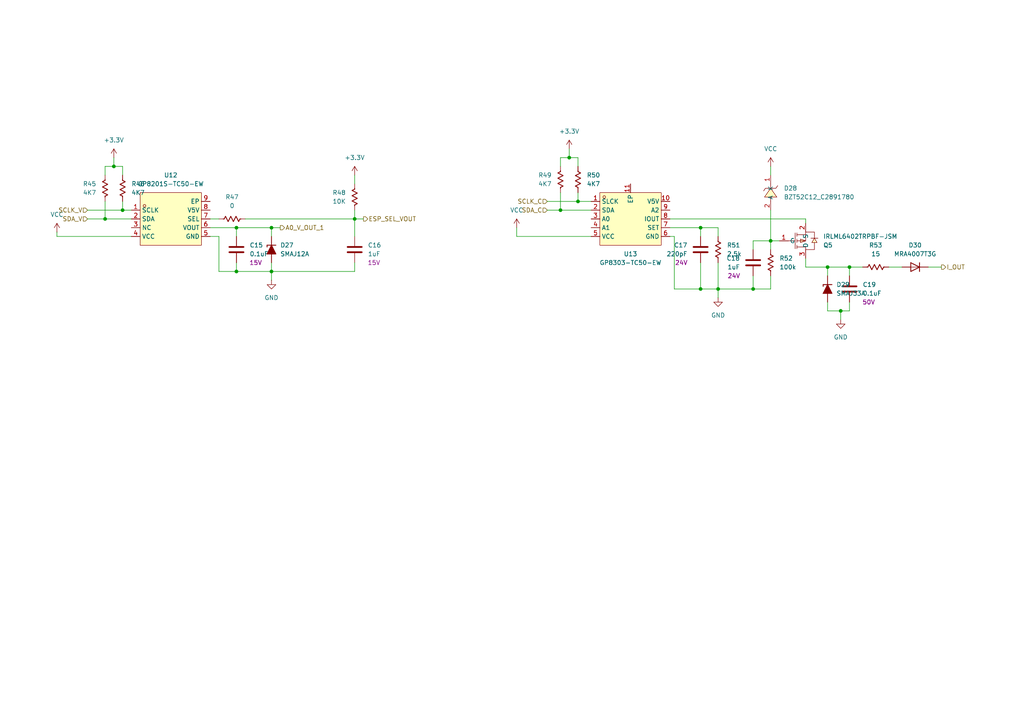
<source format=kicad_sch>
(kicad_sch (version 20250114) (generator "eeschema") (generator_version "9.0")
  (paper "A4")
  (lib_symbols
    (symbol "Diode:MRA4007T3G" (pin_numbers (hide yes)) (pin_names (hide yes))
      (property "Reference" "D" (at 0 2.54 0))
      (property "Value" "MRA4007T3G" (at 0 -2.54 0))
      (symbol "MRA4007T3G_0_1"
        (polyline (pts (xy -1.27 1.27) (xy -1.27 -1.27)) (stroke (width 0.254)))
        (polyline (pts (xy 1.27 1.27) (xy 1.27 -1.27) (xy -1.27 0) (xy 1.27 1.27)) (stroke (width 0.254)))
        (polyline (pts (xy 1.27 0) (xy -1.27 0)))
      )
      (symbol "MRA4007T3G_1_1"
        (pin passive line (at -3.81 0 0) (length 2.54) (name "K") (number "1"))
        (pin passive line (at 3.81 0 180) (length 2.54) (name "A") (number "2"))
      )
    )
    (symbol "EasyEDA:BZT52C12_C2891780"
      (property "Reference" "D" (at 0 5.08 0))
      (property "Value" "BZT52C12_C2891780" (at 0 -5.08 0))
      (symbol "BZT52C12_C2891780_0_1"
        (polyline (pts (xy -2.03 2.03) (xy -1.27 1.52) (xy -1.27 -1.52) (xy -0.51 -2.03)))
        (polyline (pts (xy -1.27 0) (xy -2.54 0)))
        (polyline (pts (xy 1.27 1.78) (xy -1.27 0) (xy 1.27 -1.78) (xy 1.27 1.78)) (fill (type background)))
        (polyline (pts (xy 2.54 0) (xy 1.27 0)))
        (pin unspecified line (at -5.08 0 0) (length 2.54) (name "K") (number "1"))
        (pin unspecified line (at 5.08 0 180) (length 2.54) (name "A") (number "2"))
      )
    )
    (symbol "EasyEDA:GP8201S-TC50-EW"
      (property "Reference" "U" (at 0 10.16 0))
      (property "Value" "GP8201S-TC50-EW" (at 0 -10.16 0))
      (symbol "GP8201S-TC50-EW_0_1"
        (rectangle (start -8.89 7.62) (end 8.89 -7.62) (fill (type background)))
        (circle (center -7.62 3.81) (radius 0.38))
        (pin unspecified line (at -11.43 2.54 0) (length 2.54) (name "SCLK") (number "1"))
        (pin unspecified line (at -11.43 0 0) (length 2.54) (name "SDA") (number "2"))
        (pin unspecified line (at -11.43 -2.54 0) (length 2.54) (name "NC") (number "3"))
        (pin unspecified line (at -11.43 -5.08 0) (length 2.54) (name "VCC") (number "4"))
        (pin unspecified line (at 11.43 5.08 180) (length 2.54) (name "EP") (number "9"))
        (pin unspecified line (at 11.43 2.54 180) (length 2.54) (name "V5V") (number "8"))
        (pin unspecified line (at 11.43 0 180) (length 2.54) (name "SEL") (number "7"))
        (pin unspecified line (at 11.43 -2.54 180) (length 2.54) (name "VOUT") (number "6"))
        (pin unspecified line (at 11.43 -5.08 180) (length 2.54) (name "GND") (number "5"))
      )
    )
    (symbol "EasyEDA:GP8303-TC50-EW"
      (property "Reference" "U" (at 0 15.24 0))
      (property "Value" "GP8303-TC50-EW" (at 0 -10.16 0))
      (symbol "GP8303-TC50-EW_0_1"
        (rectangle (start -8.89 7.62) (end 8.89 -7.62) (fill (type background)))
        (circle (center -7.62 6.35) (radius 0.38))
        (pin unspecified line (at -11.43 5.08 0) (length 2.54) (name "SLCK") (number "1"))
        (pin unspecified line (at -11.43 2.54 0) (length 2.54) (name "SDA") (number "2"))
        (pin unspecified line (at -11.43 0 0) (length 2.54) (name "A0") (number "3"))
        (pin unspecified line (at -11.43 -2.54 0) (length 2.54) (name "A1") (number "4"))
        (pin unspecified line (at -11.43 -5.08 0) (length 2.54) (name "VCC") (number "5"))
        (pin unspecified line (at 0 10.16 270) (length 2.54) (name "EP") (number "11"))
        (pin unspecified line (at 11.43 5.08 180) (length 2.54) (name "V5V") (number "10"))
        (pin unspecified line (at 11.43 2.54 180) (length 2.54) (name "A2") (number "9"))
        (pin unspecified line (at 11.43 0 180) (length 2.54) (name "IOUT") (number "8"))
        (pin unspecified line (at 11.43 -2.54 180) (length 2.54) (name "SET") (number "7"))
        (pin unspecified line (at 11.43 -5.08 180) (length 2.54) (name "GND") (number "6"))
      )
    )
    (symbol "EasyEDA:IRLML6402TRPBF-JSM"
      (property "Reference" "Q" (at 0 10.16 0))
      (property "Value" "IRLML6402TRPBF-JSM" (at 0 -10.16 0))
      (symbol "IRLML6402TRPBF-JSM_0_1"
        (polyline (pts (xy -2.54 0) (xy -0.51 0)))
        (polyline (pts (xy -0.51 2.29) (xy -0.51 -2.29)))
        (polyline (pts (xy 0 2.29) (xy 0 1.27)))
        (polyline (pts (xy 0 1.78) (xy 2.54 1.78) (xy 2.54 2.54) (xy 5.08 2.54) (xy 5.08 0.51)))
        (polyline (pts (xy 0 0) (xy 2.54 0) (xy 2.54 -2.54) (xy 5.08 -2.54) (xy 5.08 -0.76)))
        (polyline (pts (xy 0 -0.51) (xy 0 0.51)))
        (polyline (pts (xy 0 -2.29) (xy 0 -1.27)))
        (polyline (pts (xy 2.54 0) (xy 1.02 -0.51) (xy 1.02 0.51) (xy 2.54 0)) (fill (type background)))
        (polyline (pts (xy 2.54 -1.78) (xy 0 -1.78)))
        (polyline (pts (xy 5.08 -0.76) (xy 4.32 0.51) (xy 5.84 0.51) (xy 5.08 -0.76)) (fill (type background)))
        (polyline (pts (xy 6.1 -0.76) (xy 5.59 -0.76) (xy 4.57 -0.76) (xy 4.06 -0.76)))
        (pin unspecified line (at -5.08 0 0) (length 2.54) (name "G") (number "1"))
        (pin unspecified line (at 2.54 5.08 270) (length 2.54) (name "D") (number "3"))
        (pin unspecified line (at 2.54 -5.08 90) (length 2.54) (name "S") (number "2"))
      )
    )
    (symbol "PCM_Capacitor_US_AKL:C_0603" (pin_numbers (hide yes)) (pin_names (offset 0.254))
      (property "Reference" "C" (at 0.635 2.54 0))
      (property "Value" "C_0603" (at 0.635 -2.54 0))
      (symbol "C_0603_0_1"
        (polyline (pts (xy -2.032 0.762) (xy 2.032 0.762)) (stroke (width 0.508)))
        (polyline (pts (xy -2.032 -0.762) (xy 2.032 -0.762)) (stroke (width 0.508)))
      )
      (symbol "C_0603_0_2"
        (polyline (pts (xy -2.54 -2.54) (xy -0.381 -0.381)))
        (polyline (pts (xy -0.508 -0.508) (xy -1.651 0.635)) (stroke (width 0.508)))
        (polyline (pts (xy -0.508 -0.508) (xy 0.635 -1.651)) (stroke (width 0.508)))
        (polyline (pts (xy 0.381 0.381) (xy 2.54 2.54)))
        (polyline (pts (xy 0.508 0.508) (xy -0.635 1.651)) (stroke (width 0.508)))
        (polyline (pts (xy 0.508 0.508) (xy 1.651 -0.635)) (stroke (width 0.508)))
      )
      (symbol "C_0603_1_1"
        (pin passive line (at 0 3.81 270) (length 2.794) (name "~") (number "1"))
        (pin passive line (at 0 -3.81 90) (length 2.794) (name "~") (number "2"))
      )
      (symbol "C_0603_1_2"
        (pin passive line (at -2.54 -2.54 90) (length 0) (name "~") (number "2"))
        (pin passive line (at 2.54 2.54 270) (length 0) (name "~") (number "1"))
      )
    )
    (symbol "PCM_Diode_TVS_AKL:SMAJ12A" (pin_numbers (hide yes)) (pin_names (offset 1.016) (hide yes))
      (property "Reference" "D" (at 0 5.08 0))
      (property "Value" "SMAJ12A" (at 0 2.54 0))
      (symbol "SMAJ12A_0_1"
        (polyline (pts (xy -1.27 1.27) (xy -1.27 -1.27) (xy 1.27 0) (xy -1.27 1.27)) (stroke (width 0.254)) (fill (type outline)))
        (polyline (pts (xy -1.27 0) (xy 1.27 0)))
        (polyline (pts (xy 1.27 1.27) (xy 0.762 1.27)) (stroke (width 0.254)))
        (polyline (pts (xy 1.27 -1.27) (xy 1.27 1.27)) (stroke (width 0.254)))
      )
      (symbol "SMAJ12A_0_2"
        (polyline (pts (xy -2.54 -2.54) (xy 2.54 2.54)))
        (polyline (pts (xy -0.889 -0.889) (xy -1.778 0) (xy 0.889 0.889) (xy 0 -1.778) (xy -0.889 -0.889)) (stroke (width 0.254)) (fill (type outline)))
        (polyline (pts (xy 0 1.778) (xy -0.381 1.397)) (stroke (width 0.254)))
        (polyline (pts (xy 0 1.778) (xy 1.778 0)) (stroke (width 0.254)))
      )
      (symbol "SMAJ12A_1_1"
        (pin passive line (at -3.81 0 0) (length 2.54) (name "A") (number "2"))
        (pin passive line (at 3.81 0 180) (length 2.54) (name "K") (number "1"))
      )
      (symbol "SMAJ12A_1_2"
        (pin passive line (at -2.54 -2.54 0) (length 0) (name "A") (number "2"))
        (pin passive line (at 2.54 2.54 180) (length 0) (name "K") (number "1"))
      )
    )
    (symbol "PCM_Diode_TVS_AKL:SMAJ33A" (pin_numbers (hide yes)) (pin_names (offset 1.016) (hide yes))
      (property "Reference" "D" (at 0 5.08 0))
      (property "Value" "SMAJ33A" (at 0 2.54 0))
      (symbol "SMAJ33A_0_1"
        (polyline (pts (xy -1.27 1.27) (xy -1.27 -1.27) (xy 1.27 0) (xy -1.27 1.27)) (stroke (width 0.254)) (fill (type outline)))
        (polyline (pts (xy -1.27 0) (xy 1.27 0)))
        (polyline (pts (xy 1.27 1.27) (xy 0.762 1.27)) (stroke (width 0.254)))
        (polyline (pts (xy 1.27 -1.27) (xy 1.27 1.27)) (stroke (width 0.254)))
      )
      (symbol "SMAJ33A_0_2"
        (polyline (pts (xy -2.54 -2.54) (xy 2.54 2.54)))
        (polyline (pts (xy -0.889 -0.889) (xy -1.778 0) (xy 0.889 0.889) (xy 0 -1.778) (xy -0.889 -0.889)) (stroke (width 0.254)) (fill (type outline)))
        (polyline (pts (xy 0 1.778) (xy -0.381 1.397)) (stroke (width 0.254)))
        (polyline (pts (xy 0 1.778) (xy 1.778 0)) (stroke (width 0.254)))
      )
      (symbol "SMAJ33A_1_1"
        (pin passive line (at -3.81 0 0) (length 2.54) (name "A") (number "2"))
        (pin passive line (at 3.81 0 180) (length 2.54) (name "K") (number "1"))
      )
      (symbol "SMAJ33A_1_2"
        (pin passive line (at -2.54 -2.54 0) (length 0) (name "A") (number "2"))
        (pin passive line (at 2.54 2.54 180) (length 0) (name "K") (number "1"))
      )
    )
    (symbol "PCM_Resistor_US_AKL:R_0603" (pin_numbers (hide yes)) (pin_names (offset 0))
      (property "Reference" "R" (at 2.54 1.27 0))
      (property "Value" "R_0603" (at 2.54 -1.27 0))
      (symbol "R_0603_0_1"
        (polyline (pts (xy 0 2.286) (xy 0 2.54)) (stroke (width 0.254)))
        (polyline (pts (xy 0 2.286) (xy 0.762 1.905) (xy -0.762 1.143) (xy 0 0.762) (xy 0.762 0.381) (xy 0 0) (xy -0.762 -0.381) (xy 0 -0.762) (xy 0.762 -1.143) (xy 0 -1.524) (xy -0.762 -1.905) (xy 0 -2.286)) (stroke (width 0.254)))
        (polyline (pts (xy 0 -2.286) (xy 0 -2.54)) (stroke (width 0.254)))
      )
      (symbol "R_0603_0_2"
        (polyline (pts (xy -2.54 -2.54) (xy -1.778 -1.778)))
        (polyline (pts (xy -1.778 -1.778) (xy -1.524 -1.524)) (stroke (width 0.254)))
        (polyline (pts (xy -1.524 -1.524) (xy -1.778 -0.762) (xy -1.016 -1.016)) (stroke (width 0.254)))
        (polyline (pts (xy -0.508 -0.508) (xy -0.762 0.254) (xy 0 0)) (stroke (width 0.254)))
        (polyline (pts (xy -0.508 -0.508) (xy -0.254 -1.27) (xy -1.016 -1.016)) (stroke (width 0.254)))
        (polyline (pts (xy 0.508 0.508) (xy 0.254 1.27) (xy 1.016 1.016)) (stroke (width 0.254)))
        (polyline (pts (xy 0.508 0.508) (xy 0.762 -0.254) (xy 0 0)) (stroke (width 0.254)))
        (polyline (pts (xy 1.524 1.524) (xy 1.778 0.762) (xy 1.016 1.016)) (stroke (width 0.254)))
        (polyline (pts (xy 1.778 1.778) (xy 1.524 1.524)) (stroke (width 0.254)))
        (polyline (pts (xy 1.778 1.778) (xy 2.54 2.54)))
      )
      (symbol "R_0603_1_1"
        (pin passive line (at 0 3.81 270) (length 1.27) (name "~") (number "1"))
        (pin passive line (at 0 -3.81 90) (length 1.27) (name "~") (number "2"))
      )
      (symbol "R_0603_1_2"
        (pin passive line (at -2.54 -2.54 0) (length 0) (name "") (number "2"))
        (pin passive line (at 2.54 2.54 180) (length 0) (name "") (number "1"))
      )
    )
    (symbol "PCM_Resistor_US_AKL:R_0805" (pin_numbers (hide yes)) (pin_names (offset 0))
      (property "Reference" "R" (at 2.54 1.27 0))
      (property "Value" "R_0805" (at 2.54 -1.27 0))
      (symbol "R_0805_0_1"
        (polyline (pts (xy 0 2.286) (xy 0 2.54)) (stroke (width 0.254)))
        (polyline (pts (xy 0 2.286) (xy 0.762 1.905) (xy -0.762 1.143) (xy 0 0.762) (xy 0.762 0.381) (xy 0 0) (xy -0.762 -0.381) (xy 0 -0.762) (xy 0.762 -1.143) (xy 0 -1.524) (xy -0.762 -1.905) (xy 0 -2.286)) (stroke (width 0.254)))
        (polyline (pts (xy 0 -2.286) (xy 0 -2.54)) (stroke (width 0.254)))
      )
      (symbol "R_0805_0_2"
        (polyline (pts (xy -2.54 -2.54) (xy -1.778 -1.778)))
        (polyline (pts (xy -1.778 -1.778) (xy -1.524 -1.524)) (stroke (width 0.254)))
        (polyline (pts (xy -1.524 -1.524) (xy -1.778 -0.762) (xy -1.016 -1.016)) (stroke (width 0.254)))
        (polyline (pts (xy -0.508 -0.508) (xy -0.762 0.254) (xy 0 0)) (stroke (width 0.254)))
        (polyline (pts (xy -0.508 -0.508) (xy -0.254 -1.27) (xy -1.016 -1.016)) (stroke (width 0.254)))
        (polyline (pts (xy 0.508 0.508) (xy 0.254 1.27) (xy 1.016 1.016)) (stroke (width 0.254)))
        (polyline (pts (xy 0.508 0.508) (xy 0.762 -0.254) (xy 0 0)) (stroke (width 0.254)))
        (polyline (pts (xy 1.524 1.524) (xy 1.778 0.762) (xy 1.016 1.016)) (stroke (width 0.254)))
        (polyline (pts (xy 1.778 1.778) (xy 1.524 1.524)) (stroke (width 0.254)))
        (polyline (pts (xy 1.778 1.778) (xy 2.54 2.54)))
      )
      (symbol "R_0805_1_1"
        (pin passive line (at 0 3.81 270) (length 1.27) (name "~") (number "1"))
        (pin passive line (at 0 -3.81 90) (length 1.27) (name "~") (number "2"))
      )
      (symbol "R_0805_1_2"
        (pin passive line (at -2.54 -2.54 0) (length 0) (name "") (number "2"))
        (pin passive line (at 2.54 2.54 180) (length 0) (name "") (number "1"))
      )
    )
    (symbol "power:+3.3V" (power) (pin_numbers (hide yes)) (pin_names (offset 0) (hide yes))
      (property "Value" "+3.3V" (at 0 3.556 0))
      (symbol "+3.3V_0_1"
        (polyline (pts (xy -0.762 1.27) (xy 0 2.54)))
        (polyline (pts (xy 0 2.54) (xy 0.762 1.27)))
        (polyline (pts (xy 0 0) (xy 0 2.54)))
      )
      (symbol "+3.3V_1_1"
        (pin power_in line (at 0 0 90) (length 0) (name "~") (number "1"))
      )
    )
    (symbol "power:GND" (power) (pin_numbers (hide yes)) (pin_names (offset 0) (hide yes))
      (property "Value" "GND" (at 0 -3.81 0))
      (symbol "GND_0_1"
        (polyline (pts (xy 0 0) (xy 0 -1.27) (xy 1.27 -1.27) (xy 0 -2.54) (xy -1.27 -1.27) (xy 0 -1.27)))
      )
      (symbol "GND_1_1"
        (pin power_in line (at 0 0 270) (length 0) (name "~") (number "1"))
      )
    )
    (symbol "power:VCC" (power) (pin_numbers (hide yes)) (pin_names (offset 0) (hide yes))
      (property "Value" "VCC" (at 0 3.556 0))
      (symbol "VCC_0_1"
        (polyline (pts (xy -0.762 1.27) (xy 0 2.54)))
        (polyline (pts (xy 0 2.54) (xy 0.762 1.27)))
        (polyline (pts (xy 0 0) (xy 0 2.54)))
      )
      (symbol "VCC_1_1"
        (pin power_in line (at 0 0 90) (length 0) (name "~") (number "1"))
      )
    )
  )
  (junction (at 208.28 83.82))
  (junction (at 203.2 66.04))
  (junction (at 78.74 78.74))
  (junction (at 162.56 60.96))
  (junction (at 33.02 48.26))
  (junction (at 203.2 83.82))
  (junction (at 68.58 66.04))
  (junction (at 30.48 63.5))
  (junction (at 246.38 77.47))
  (junction (at 165.1 45.72))
  (junction (at 240.03 77.47))
  (junction (at 102.87 63.5))
  (junction (at 243.84 90.17))
  (junction (at 223.52 69.85))
  (junction (at 68.58 78.74))
  (junction (at 218.44 83.82))
  (junction (at 35.56 60.96))
  (junction (at 78.74 66.04))
  (junction (at 167.64 58.42))
  (wire (pts (xy 158.75 58.42) (xy 167.64 58.42)))
  (wire (pts (xy 195.58 83.82) (xy 203.2 83.82)))
  (wire (pts (xy 30.48 58.42) (xy 30.48 63.5)))
  (wire (pts (xy 149.86 66.04) (xy 149.86 68.58)))
  (wire (pts (xy 218.44 72.39) (xy 218.44 69.85)))
  (wire (pts (xy 68.58 66.04) (xy 68.58 68.58)))
  (wire (pts (xy 78.74 66.04) (xy 81.28 66.04)))
  (wire (pts (xy 233.68 74.93) (xy 233.68 77.47)))
  (wire (pts (xy 78.74 76.2) (xy 78.74 78.74)))
  (wire (pts (xy 218.44 80.01) (xy 218.44 83.82)))
  (wire (pts (xy 35.56 60.96) (xy 38.1 60.96)))
  (wire (pts (xy 78.74 78.74) (xy 102.87 78.74)))
  (wire (pts (xy 63.5 68.58) (xy 60.96 68.58)))
  (wire (pts (xy 218.44 83.82) (xy 223.52 83.82)))
  (wire (pts (xy 102.87 63.5) (xy 102.87 68.58)))
  (wire (pts (xy 30.48 48.26) (xy 30.48 50.8)))
  (wire (pts (xy 167.64 45.72) (xy 167.64 48.26)))
  (wire (pts (xy 203.2 68.58) (xy 203.2 66.04)))
  (wire (pts (xy 33.02 45.72) (xy 33.02 48.26)))
  (wire (pts (xy 240.03 87.63) (xy 240.03 90.17)))
  (wire (pts (xy 223.52 83.82) (xy 223.52 80.01)))
  (wire (pts (xy 226.06 69.85) (xy 223.52 69.85)))
  (wire (pts (xy 195.58 68.58) (xy 194.31 68.58)))
  (wire (pts (xy 60.96 66.04) (xy 68.58 66.04)))
  (wire (pts (xy 203.2 83.82) (xy 208.28 83.82)))
  (wire (pts (xy 218.44 69.85) (xy 223.52 69.85)))
  (wire (pts (xy 208.28 68.58) (xy 208.28 66.04)))
  (wire (pts (xy 68.58 76.2) (xy 68.58 78.74)))
  (wire (pts (xy 35.56 58.42) (xy 35.56 60.96)))
  (wire (pts (xy 165.1 43.18) (xy 165.1 45.72)))
  (wire (pts (xy 78.74 68.58) (xy 78.74 66.04)))
  (wire (pts (xy 71.12 63.5) (xy 102.87 63.5)))
  (wire (pts (xy 194.31 63.5) (xy 233.68 63.5)))
  (wire (pts (xy 102.87 76.2) (xy 102.87 78.74)))
  (wire (pts (xy 246.38 77.47) (xy 250.19 77.47)))
  (wire (pts (xy 243.84 90.17) (xy 246.38 90.17)))
  (wire (pts (xy 162.56 55.88) (xy 162.56 60.96)))
  (wire (pts (xy 63.5 68.58) (xy 63.5 78.74)))
  (wire (pts (xy 167.64 58.42) (xy 171.45 58.42)))
  (wire (pts (xy 269.24 77.47) (xy 273.05 77.47)))
  (wire (pts (xy 257.81 77.47) (xy 261.62 77.47)))
  (wire (pts (xy 35.56 48.26) (xy 35.56 50.8)))
  (wire (pts (xy 203.2 76.2) (xy 203.2 83.82)))
  (wire (pts (xy 208.28 83.82) (xy 218.44 83.82)))
  (wire (pts (xy 162.56 45.72) (xy 165.1 45.72)))
  (wire (pts (xy 149.86 68.58) (xy 171.45 68.58)))
  (wire (pts (xy 162.56 60.96) (xy 171.45 60.96)))
  (wire (pts (xy 167.64 55.88) (xy 167.64 58.42)))
  (wire (pts (xy 60.96 63.5) (xy 63.5 63.5)))
  (wire (pts (xy 78.74 78.74) (xy 68.58 78.74)))
  (wire (pts (xy 243.84 92.71) (xy 243.84 90.17)))
  (wire (pts (xy 78.74 78.74) (xy 78.74 81.28)))
  (wire (pts (xy 203.2 66.04) (xy 194.31 66.04)))
  (wire (pts (xy 158.75 60.96) (xy 162.56 60.96)))
  (wire (pts (xy 223.52 69.85) (xy 223.52 60.96)))
  (wire (pts (xy 78.74 66.04) (xy 68.58 66.04)))
  (wire (pts (xy 102.87 60.96) (xy 102.87 63.5)))
  (wire (pts (xy 240.03 77.47) (xy 240.03 80.01)))
  (wire (pts (xy 162.56 45.72) (xy 162.56 48.26)))
  (wire (pts (xy 246.38 80.01) (xy 246.38 77.47)))
  (wire (pts (xy 233.68 77.47) (xy 240.03 77.47)))
  (wire (pts (xy 16.51 68.58) (xy 38.1 68.58)))
  (wire (pts (xy 195.58 68.58) (xy 195.58 83.82)))
  (wire (pts (xy 240.03 90.17) (xy 243.84 90.17)))
  (wire (pts (xy 30.48 63.5) (xy 38.1 63.5)))
  (wire (pts (xy 223.52 69.85) (xy 223.52 72.39)))
  (wire (pts (xy 68.58 78.74) (xy 63.5 78.74)))
  (wire (pts (xy 33.02 48.26) (xy 35.56 48.26)))
  (wire (pts (xy 165.1 45.72) (xy 167.64 45.72)))
  (wire (pts (xy 25.4 63.5) (xy 30.48 63.5)))
  (wire (pts (xy 208.28 86.36) (xy 208.28 83.82)))
  (wire (pts (xy 102.87 63.5) (xy 105.41 63.5)))
  (wire (pts (xy 16.51 67.31) (xy 16.51 68.58)))
  (wire (pts (xy 240.03 77.47) (xy 246.38 77.47)))
  (wire (pts (xy 30.48 48.26) (xy 33.02 48.26)))
  (wire (pts (xy 25.4 60.96) (xy 35.56 60.96)))
  (wire (pts (xy 208.28 76.2) (xy 208.28 83.82)))
  (wire (pts (xy 223.52 48.26) (xy 223.52 50.8)))
  (wire (pts (xy 102.87 50.8) (xy 102.87 53.34)))
  (wire (pts (xy 246.38 90.17) (xy 246.38 87.63)))
  (wire (pts (xy 208.28 66.04) (xy 203.2 66.04)))
  (wire (pts (xy 233.68 64.77) (xy 233.68 63.5)))
  (hierarchical_label "I_OUT" (shape output) (at 273.05 77.47 0))
  (hierarchical_label "A0_V_OUT_1" (shape output) (at 81.28 66.04 0))
  (hierarchical_label "ESP_SEL_VOUT" (shape output) (at 105.41 63.5 0))
  (hierarchical_label "SCLK_V" (shape input) (at 25.4 60.96 180))
  (hierarchical_label "SDA_V" (shape input) (at 25.4 63.5 180))
  (hierarchical_label "SDA_C" (shape input) (at 158.75 60.96 180))
  (hierarchical_label "SCLK_C" (shape input) (at 158.75 58.42 180))
  (symbol (lib_id "PCM_Capacitor_US_AKL:C_0603") (at 203.2 72.39 0) (mirror y) (unit 1)
    (property "Reference" "C17" (at 199.39 71.1199 0) (effects (justify left)))
    (property "Value" "220pF" (at 199.39 73.6599 0) (effects (justify left)))
    (property "Footprint" "PCM_Capacitor_SMD_AKL:C_0603_1608Metric" (effects (hide yes)))
    (property "Description" "SMD 0603 MLCC capacitor, Alternate KiCad Library" (effects (hide yes)))
    (property "Vol" "24V" (at 197.612 76.2 0))
  )
  (symbol (lib_id "EasyEDA:GP8201S-TC50-EW") (at 49.53 63.5 0) (unit 1)
    (property "Reference" "U12" (at 49.53 50.8 0))
    (property "Value" "GP8201S-TC50-EW" (at 49.53 53.34 0))
    (property "Footprint" "EasyEDA:ESOP-8_L4.9-W3.9-P1.27-LS6.0-BL-EP" (effects (hide yes)))
    (property "LCSC Part" "C5240058" (effects (hide yes)))
  )
  (symbol (lib_id "power:VCC") (at 223.52 48.26 0) (unit 1)
    (property "Reference" "#PWR037" (effects (hide yes)))
    (property "Value" "VCC" (at 223.52 43.18 0))
    (property "Description" "Power symbol creates a global label with name \"VCC\"" (effects (hide yes)))
  )
  (symbol (lib_id "PCM_Resistor_US_AKL:R_0603") (at 30.48 54.61 0) (mirror y) (unit 1)
    (property "Reference" "R45" (at 27.94 53.3399 0) (effects (justify left)))
    (property "Value" "4K7" (at 27.94 55.8799 0) (effects (justify left)))
    (property "Footprint" "PCM_Resistor_SMD_AKL:R_0603_1608Metric" (effects (hide yes)))
    (property "Description" "SMD 0603 Chip Resistor, US Symbol, Alternate KiCad Library" (effects (hide yes)))
  )
  (symbol (lib_id "PCM_Capacitor_US_AKL:C_0603") (at 218.44 76.2 0) (mirror y) (unit 1)
    (property "Reference" "C18" (at 214.63 74.9299 0) (effects (justify left)))
    (property "Value" "1uF" (at 214.63 77.4699 0) (effects (justify left)))
    (property "Footprint" "PCM_Capacitor_SMD_AKL:C_0603_1608Metric" (effects (hide yes)))
    (property "Description" "SMD 0603 MLCC capacitor, Alternate KiCad Library" (effects (hide yes)))
    (property "Vol" "24V" (at 212.852 80.01 0))
  )
  (symbol (lib_id "power:GND") (at 78.74 81.28 0) (unit 1)
    (property "Reference" "#PWR064" (effects (hide yes)))
    (property "Value" "GND" (at 78.74 86.36 0))
    (property "Description" "Power symbol creates a global label with name \"GND\" , ground" (effects (hide yes)))
  )
  (symbol (lib_id "power:+3.3V") (at 165.1 43.18 0) (unit 1)
    (property "Reference" "#PWR084" (effects (hide yes)))
    (property "Value" "+3.3V" (at 165.1 38.1 0))
    (property "Description" "Power symbol creates a global label with name \"+3.3V\"" (effects (hide yes)))
  )
  (symbol (lib_id "power:+3.3V") (at 33.02 45.72 0) (unit 1)
    (property "Reference" "#PWR083" (effects (hide yes)))
    (property "Value" "+3.3V" (at 33.02 40.64 0))
    (property "Description" "Power symbol creates a global label with name \"+3.3V\"" (effects (hide yes)))
  )
  (symbol (lib_id "PCM_Diode_TVS_AKL:SMAJ33A") (at 240.03 83.82 90) (unit 1)
    (property "Reference" "D29" (at 242.57 82.5499 90) (effects (justify right)))
    (property "Value" "SMAJ33A" (at 242.57 85.0899 90) (effects (justify right)))
    (property "Footprint" "PCM_Diode_SMD_AKL:D_SMA" (effects (hide yes)))
    (property "Datasheet" "https://www.tme.eu/Document/dbc72d81c249fe51b6ab42300e8e06d0/SMAJ_ser.pdf" (effects (hide yes)))
    (property "Description" "SMA Unidirectional TVS diode, 33V, 400W, Alternate KiCAD Library" (effects (hide yes)))
  )
  (symbol (lib_id "EasyEDA:IRLML6402TRPBF-JSM") (at 231.14 69.85 0) (mirror x) (unit 1)
    (property "Reference" "Q5" (at 238.76 71.1201 0) (effects (justify left)))
    (property "Value" "IRLML6402TRPBF-JSM" (at 238.76 68.5801 0) (effects (justify left)))
    (property "Footprint" "EasyEDA:SOT-23-3_L2.9-W1.3-P1.90-LS2.4-BR" (effects (hide yes)))
    (property "LCSC Part" "C18190991" (effects (hide yes)))
  )
  (symbol (lib_id "power:GND") (at 208.28 86.36 0) (unit 1)
    (property "Reference" "#PWR065" (effects (hide yes)))
    (property "Value" "GND" (at 208.28 91.44 0))
    (property "Description" "Power symbol creates a global label with name \"GND\" , ground" (effects (hide yes)))
  )
  (symbol (lib_id "power:VCC") (at 16.51 67.31 0) (unit 1)
    (property "Reference" "#PWR014" (effects (hide yes)))
    (property "Value" "VCC" (at 16.51 62.23 0))
    (property "Description" "Power symbol creates a global label with name \"VCC\"" (effects (hide yes)))
  )
  (symbol (lib_id "EasyEDA:GP8303-TC50-EW") (at 182.88 63.5 0) (unit 1)
    (property "Reference" "U13" (at 182.88 73.66 0))
    (property "Value" "GP8303-TC50-EW" (at 182.88 76.2 0))
    (property "Footprint" "EasyEDA:ESOP-10_L4.9-W3.9-P1.00-LS6.1-BL-EP" (effects (hide yes)))
    (property "LCSC Part" "C3445809" (effects (hide yes)))
  )
  (symbol (lib_id "PCM_Resistor_US_AKL:R_0603") (at 102.87 57.15 0) (mirror y) (unit 1)
    (property "Reference" "R48" (at 100.33 55.8799 0) (effects (justify left)))
    (property "Value" "10K" (at 100.33 58.4199 0) (effects (justify left)))
    (property "Footprint" "PCM_Resistor_SMD_AKL:R_0603_1608Metric" (effects (hide yes)))
    (property "Description" "SMD 0603 Chip Resistor, US Symbol, Alternate KiCad Library" (effects (hide yes)))
  )
  (symbol (lib_id "PCM_Capacitor_US_AKL:C_0603") (at 102.87 72.39 0) (unit 1)
    (property "Reference" "C16" (at 106.68 71.1199 0) (effects (justify left)))
    (property "Value" "1uF" (at 106.68 73.6599 0) (effects (justify left)))
    (property "Footprint" "PCM_Capacitor_SMD_AKL:C_0603_1608Metric" (effects (hide yes)))
    (property "Description" "SMD 0603 MLCC capacitor, Alternate KiCad Library" (effects (hide yes)))
    (property "Vol" "15V" (at 108.458 76.2 0))
  )
  (symbol (lib_id "PCM_Diode_TVS_AKL:SMAJ12A") (at 78.74 72.39 90) (unit 1)
    (property "Reference" "D27" (at 81.28 71.1199 90) (effects (justify right)))
    (property "Value" "SMAJ12A" (at 81.28 73.6599 90) (effects (justify right)))
    (property "Footprint" "PCM_Diode_SMD_AKL:D_SMA" (effects (hide yes)))
    (property "Datasheet" "https://www.tme.eu/Document/dbc72d81c249fe51b6ab42300e8e06d0/SMAJ_ser.pdf" (effects (hide yes)))
    (property "Description" "SMA Unidirectional TVS diode, 12V, 400W, Alternate KiCAD Library" (effects (hide yes)))
  )
  (symbol (lib_id "Diode:MRA4007T3G") (at 265.43 77.47 0) (mirror y) (unit 1)
    (property "Reference" "D30" (at 265.43 71.12 0))
    (property "Value" "MRA4007T3G" (at 265.43 73.66 0))
    (property "Footprint" "Diode_SMD:D_SMA" (effects (hide yes)))
    (property "Datasheet" "http://www.onsemi.com/pub_link/Collateral/MRA4003T3-D.PDF" (effects (hide yes)))
    (property "Description" "1000V, 1A, General Purpose Rectifier Diode, SMA(DO-214AC)" (effects (hide yes)))
    (property "Sim.Device" "D" (effects (hide yes)))
    (property "Sim.Pins" "1=K 2=A" (effects (hide yes)))
  )
  (symbol (lib_id "power:VCC") (at 149.86 66.04 0) (unit 1)
    (property "Reference" "#PWR028" (effects (hide yes)))
    (property "Value" "VCC" (at 149.86 60.96 0))
    (property "Description" "Power symbol creates a global label with name \"VCC\"" (effects (hide yes)))
  )
  (symbol (lib_id "PCM_Resistor_US_AKL:R_0603") (at 167.64 52.07 0) (unit 1)
    (property "Reference" "R50" (at 170.18 50.7999 0) (effects (justify left)))
    (property "Value" "4K7" (at 170.18 53.3399 0) (effects (justify left)))
    (property "Footprint" "PCM_Resistor_SMD_AKL:R_0603_1608Metric" (effects (hide yes)))
    (property "Description" "SMD 0603 Chip Resistor, US Symbol, Alternate KiCad Library" (effects (hide yes)))
  )
  (symbol (lib_id "PCM_Resistor_US_AKL:R_0603") (at 162.56 52.07 0) (mirror y) (unit 1)
    (property "Reference" "R49" (at 160.02 50.7999 0) (effects (justify left)))
    (property "Value" "4K7" (at 160.02 53.3399 0) (effects (justify left)))
    (property "Footprint" "PCM_Resistor_SMD_AKL:R_0603_1608Metric" (effects (hide yes)))
    (property "Description" "SMD 0603 Chip Resistor, US Symbol, Alternate KiCad Library" (effects (hide yes)))
  )
  (symbol (lib_id "PCM_Capacitor_US_AKL:C_0603") (at 68.58 72.39 0) (unit 1)
    (property "Reference" "C15" (at 72.39 71.1199 0) (effects (justify left)))
    (property "Value" "0.1uF" (at 72.39 73.6599 0) (effects (justify left)))
    (property "Footprint" "PCM_Capacitor_SMD_AKL:C_0603_1608Metric" (effects (hide yes)))
    (property "Description" "SMD 0603 MLCC capacitor, Alternate KiCad Library" (effects (hide yes)))
    (property "Vol" "15V" (at 74.168 76.2 0))
  )
  (symbol (lib_id "PCM_Resistor_US_AKL:R_0603") (at 223.52 76.2 0) (unit 1)
    (property "Reference" "R52" (at 226.06 74.9299 0) (effects (justify left)))
    (property "Value" "100k" (at 226.06 77.4699 0) (effects (justify left)))
    (property "Footprint" "PCM_Resistor_SMD_AKL:R_0603_1608Metric" (effects (hide yes)))
    (property "Description" "SMD 0603 Chip Resistor, US Symbol, Alternate KiCad Library" (effects (hide yes)))
  )
  (symbol (lib_id "PCM_Resistor_US_AKL:R_0603") (at 35.56 54.61 0) (unit 1)
    (property "Reference" "R46" (at 38.1 53.3399 0) (effects (justify left)))
    (property "Value" "4K7" (at 38.1 55.8799 0) (effects (justify left)))
    (property "Footprint" "PCM_Resistor_SMD_AKL:R_0603_1608Metric" (effects (hide yes)))
    (property "Description" "SMD 0603 Chip Resistor, US Symbol, Alternate KiCad Library" (effects (hide yes)))
  )
  (symbol (lib_id "PCM_Capacitor_US_AKL:C_0603") (at 246.38 83.82 0) (unit 1)
    (property "Reference" "C19" (at 250.19 82.5499 0) (effects (justify left)))
    (property "Value" "0.1uF" (at 250.19 85.0899 0) (effects (justify left)))
    (property "Footprint" "PCM_Capacitor_SMD_AKL:C_0603_1608Metric" (effects (hide yes)))
    (property "Description" "SMD 0603 MLCC capacitor, Alternate KiCad Library" (effects (hide yes)))
    (property "Vol" "50V" (at 251.968 87.63 0))
  )
  (symbol (lib_id "PCM_Resistor_US_AKL:R_0603") (at 208.28 72.39 0) (unit 1)
    (property "Reference" "R51" (at 210.82 71.1199 0) (effects (justify left)))
    (property "Value" "2.5k" (at 210.82 73.6599 0) (effects (justify left)))
    (property "Footprint" "PCM_Resistor_SMD_AKL:R_0603_1608Metric" (effects (hide yes)))
    (property "Description" "SMD 0603 Chip Resistor, US Symbol, Alternate KiCad Library" (effects (hide yes)))
  )
  (symbol (lib_id "power:+3.3V") (at 102.87 50.8 0) (unit 1)
    (property "Reference" "#PWR082" (effects (hide yes)))
    (property "Value" "+3.3V" (at 102.87 45.72 0))
    (property "Description" "Power symbol creates a global label with name \"+3.3V\"" (effects (hide yes)))
  )
  (symbol (lib_id "EasyEDA:BZT52C12_C2891780") (at 223.52 55.88 270) (unit 1)
    (property "Reference" "D28" (at 227.33 54.6099 90) (effects (justify left)))
    (property "Value" "BZT52C12_C2891780" (at 227.33 57.1499 90) (effects (justify left)))
    (property "Footprint" "EasyEDA:SOD-123_L2.7-W1.6-LS3.7-RD-1" (effects (hide yes)))
    (property "LCSC Part" "C2891780" (effects (hide yes)))
  )
  (symbol (lib_id "PCM_Resistor_US_AKL:R_0805") (at 254 77.47 90) (unit 1)
    (property "Reference" "R53" (at 254 71.12 90))
    (property "Value" "15" (at 254 73.66 90))
    (property "Footprint" "PCM_Resistor_SMD_AKL:R_0805_2012Metric" (effects (hide yes)))
    (property "Description" "SMD 0805 Chip Resistor, US Symbol, Alternate KiCad Library" (effects (hide yes)))
  )
  (symbol (lib_id "PCM_Resistor_US_AKL:R_0603") (at 67.31 63.5 90) (unit 1)
    (property "Reference" "R47" (at 67.31 57.15 90))
    (property "Value" "0" (at 67.31 59.69 90))
    (property "Footprint" "PCM_Resistor_SMD_AKL:R_0603_1608Metric" (effects (hide yes)))
    (property "Description" "SMD 0603 Chip Resistor, US Symbol, Alternate KiCad Library" (effects (hide yes)))
  )
  (symbol (lib_id "power:GND") (at 243.84 92.71 0) (unit 1)
    (property "Reference" "#PWR066" (effects (hide yes)))
    (property "Value" "GND" (at 243.84 97.79 0))
    (property "Description" "Power symbol creates a global label with name \"GND\" , ground" (effects (hide yes)))
  )
)
</source>
